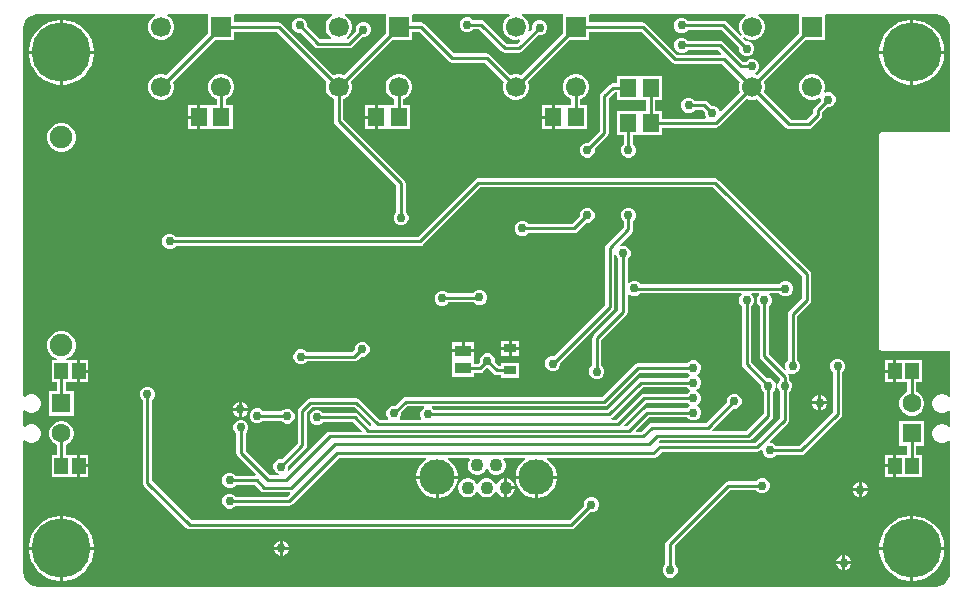
<source format=gbl>
G04*
G04 #@! TF.GenerationSoftware,Altium Limited,Altium Designer,21.8.1 (53)*
G04*
G04 Layer_Physical_Order=2*
G04 Layer_Color=16711680*
%FSLAX25Y25*%
%MOIN*%
G70*
G04*
G04 #@! TF.SameCoordinates,79EC032F-631B-404A-8042-777835F6C2BC*
G04*
G04*
G04 #@! TF.FilePolarity,Positive*
G04*
G01*
G75*
%ADD15C,0.01000*%
%ADD23R,0.05512X0.06102*%
%ADD25R,0.05315X0.03740*%
%ADD65C,0.06662*%
%ADD66R,0.06662X0.06662*%
%ADD74C,0.04331*%
%ADD75C,0.11811*%
%ADD76C,0.07480*%
%ADD77C,0.06299*%
%ADD78R,0.06299X0.06299*%
%ADD79C,0.19685*%
%ADD80C,0.03000*%
%ADD81R,0.04528X0.05315*%
%ADD82R,0.04134X0.03150*%
G36*
X46903Y193900D02*
X47037Y193400D01*
X46396Y193029D01*
X45589Y192223D01*
X45019Y191235D01*
X44724Y190134D01*
Y188993D01*
X45019Y187892D01*
X45589Y186904D01*
X46396Y186098D01*
X47383Y185527D01*
X48485Y185232D01*
X49625D01*
X50727Y185527D01*
X51714Y186098D01*
X52521Y186904D01*
X53091Y187892D01*
X53386Y188993D01*
Y190134D01*
X53091Y191235D01*
X52521Y192223D01*
X51714Y193029D01*
X51074Y193399D01*
X51208Y193899D01*
X64225Y193897D01*
X64724Y193895D01*
Y187395D01*
X50854Y173526D01*
X50727Y173599D01*
X49625Y173895D01*
X48485D01*
X47383Y173599D01*
X46396Y173029D01*
X45589Y172223D01*
X45019Y171235D01*
X44724Y170134D01*
Y168993D01*
X45019Y167892D01*
X45589Y166904D01*
X46396Y166098D01*
X47383Y165527D01*
X48485Y165232D01*
X49625D01*
X50727Y165527D01*
X51714Y166098D01*
X52521Y166904D01*
X53091Y167892D01*
X53386Y168993D01*
Y170134D01*
X53091Y171235D01*
X53017Y171363D01*
X66887Y185232D01*
X73386D01*
Y188034D01*
X87477D01*
X104148Y171363D01*
X104074Y171235D01*
X103779Y170134D01*
Y168993D01*
X104074Y167892D01*
X104645Y166904D01*
X105451Y166098D01*
X106439Y165527D01*
X106581Y165489D01*
Y158228D01*
X106697Y157643D01*
X107029Y157147D01*
X127408Y136768D01*
Y127931D01*
X126818Y127341D01*
X126437Y126423D01*
Y125428D01*
X126818Y124509D01*
X127521Y123806D01*
X128440Y123425D01*
X129434D01*
X130353Y123806D01*
X131056Y124509D01*
X131437Y125428D01*
Y126423D01*
X131056Y127341D01*
X130466Y127931D01*
Y137402D01*
X130350Y137987D01*
X130018Y138483D01*
X109640Y158862D01*
Y165489D01*
X109782Y165527D01*
X110770Y166098D01*
X111576Y166904D01*
X112146Y167892D01*
X112441Y168993D01*
Y170134D01*
X112146Y171235D01*
X112073Y171363D01*
X125942Y185232D01*
X132441D01*
Y188034D01*
X134901D01*
X144785Y178151D01*
X145281Y177819D01*
X145866Y177703D01*
X156863D01*
X163203Y171363D01*
X163129Y171235D01*
X162834Y170134D01*
Y168993D01*
X163129Y167892D01*
X163700Y166904D01*
X164506Y166098D01*
X165494Y165527D01*
X166595Y165232D01*
X167736D01*
X168837Y165527D01*
X169825Y166098D01*
X170631Y166904D01*
X171201Y167892D01*
X171496Y168993D01*
Y170134D01*
X171201Y171235D01*
X171128Y171363D01*
X184997Y185232D01*
X191497D01*
Y188034D01*
X208819D01*
X219096Y177757D01*
X219592Y177426D01*
X220177Y177309D01*
X235997D01*
X241943Y171363D01*
X241870Y171235D01*
X241574Y170134D01*
Y168993D01*
X241870Y167892D01*
X241943Y167764D01*
X235639Y161460D01*
X235066Y161593D01*
X234797Y162243D01*
X234093Y162946D01*
X233174Y163327D01*
X232340D01*
X231101Y164566D01*
X230605Y164897D01*
X230020Y165014D01*
X226809D01*
X226219Y165604D01*
X225300Y165984D01*
X224306D01*
X223387Y165604D01*
X222684Y164900D01*
X222303Y163981D01*
Y162987D01*
X222684Y162068D01*
X223387Y161365D01*
X224306Y160984D01*
X225300D01*
X226219Y161365D01*
X226809Y161955D01*
X229386D01*
X230177Y161164D01*
Y160329D01*
X230517Y159510D01*
X230305Y159010D01*
X215961D01*
Y161531D01*
X213734D01*
Y165240D01*
X215862D01*
Y173343D01*
X200870D01*
Y170821D01*
X199508D01*
X198923Y170704D01*
X198426Y170373D01*
X195572Y167518D01*
X195241Y167022D01*
X195124Y166437D01*
Y154866D01*
X191282Y151024D01*
X190448D01*
X189529Y150643D01*
X188826Y149940D01*
X188445Y149021D01*
Y148026D01*
X188826Y147108D01*
X189529Y146404D01*
X190448Y146024D01*
X191442D01*
X192361Y146404D01*
X193064Y147108D01*
X193445Y148026D01*
Y148861D01*
X197735Y153151D01*
X198066Y153647D01*
X198183Y154232D01*
Y165804D01*
X200141Y167762D01*
X200870D01*
Y165240D01*
X210675D01*
Y161531D01*
X200969D01*
Y153429D01*
X203195D01*
Y150530D01*
X202605Y149940D01*
X202224Y149021D01*
Y148026D01*
X202605Y147108D01*
X203308Y146404D01*
X204227Y146024D01*
X205222D01*
X206140Y146404D01*
X206844Y147108D01*
X207224Y148026D01*
Y149021D01*
X206844Y149940D01*
X206254Y150530D01*
Y153429D01*
X215961D01*
Y155951D01*
X233822D01*
X234408Y156067D01*
X234904Y156399D01*
X244106Y165601D01*
X244234Y165527D01*
X245335Y165232D01*
X246476D01*
X247577Y165527D01*
X247705Y165601D01*
X257301Y156005D01*
X257797Y155674D01*
X258382Y155557D01*
X264764D01*
X265349Y155674D01*
X265845Y156005D01*
X268922Y159081D01*
X269253Y159578D01*
X269370Y160163D01*
Y161262D01*
X270962Y162854D01*
X271796D01*
X272715Y163235D01*
X273419Y163938D01*
X273799Y164857D01*
Y165852D01*
X273419Y166771D01*
X272715Y167474D01*
X271796Y167854D01*
X270802D01*
X270379Y167679D01*
X270310Y167713D01*
X269986Y168058D01*
X270237Y168993D01*
Y170134D01*
X269941Y171235D01*
X269371Y172223D01*
X268565Y173029D01*
X267577Y173599D01*
X266476Y173895D01*
X265335D01*
X264234Y173599D01*
X263246Y173029D01*
X262440Y172223D01*
X261870Y171235D01*
X261574Y170134D01*
Y168993D01*
X261870Y167892D01*
X262440Y166904D01*
X263246Y166098D01*
X264234Y165527D01*
X265335Y165232D01*
X266476D01*
X267577Y165527D01*
X268337Y165966D01*
X268372Y165958D01*
X268799Y165656D01*
Y165017D01*
X266759Y162977D01*
X266427Y162480D01*
X266311Y161895D01*
Y160796D01*
X264130Y158616D01*
X259016D01*
X249868Y167764D01*
X249941Y167892D01*
X250237Y168993D01*
Y170134D01*
X249941Y171235D01*
X249868Y171363D01*
X263737Y185232D01*
X270237D01*
Y193510D01*
X270590Y193863D01*
X306587Y193858D01*
X307086Y193858D01*
X307087Y193858D01*
X307568Y193812D01*
X308354Y193708D01*
X309535Y193219D01*
X310550Y192441D01*
X311328Y191426D01*
X311817Y190245D01*
X311921Y189460D01*
X311966Y188978D01*
X311966Y188978D01*
X311966Y188488D01*
Y154563D01*
X289174D01*
X288784Y154486D01*
X288453Y154265D01*
X288232Y153934D01*
X288154Y153544D01*
Y82678D01*
X288232Y82288D01*
X288453Y81957D01*
X288784Y81736D01*
X289174Y81658D01*
X311966D01*
Y66485D01*
X311467Y66278D01*
X311156Y66588D01*
X310434Y67005D01*
X309629Y67220D01*
X308796D01*
X307991Y67005D01*
X307269Y66588D01*
X306680Y65999D01*
X306263Y65277D01*
X306047Y64472D01*
Y63638D01*
X306263Y62833D01*
X306680Y62112D01*
X307269Y61522D01*
X307991Y61106D01*
X308796Y60890D01*
X309629D01*
X310434Y61106D01*
X311156Y61522D01*
X311467Y61833D01*
X311966Y61625D01*
Y56485D01*
X311467Y56278D01*
X311156Y56588D01*
X310434Y57005D01*
X309629Y57221D01*
X308796D01*
X307991Y57005D01*
X307269Y56588D01*
X306680Y55999D01*
X306263Y55277D01*
X306047Y54472D01*
Y53638D01*
X306263Y52833D01*
X306680Y52112D01*
X307269Y51522D01*
X307991Y51105D01*
X308796Y50890D01*
X309629D01*
X310434Y51105D01*
X311156Y51522D01*
X311467Y51833D01*
X311966Y51625D01*
Y7874D01*
X311966Y7874D01*
X311966Y7874D01*
X311921Y7393D01*
X311817Y6606D01*
X311328Y5425D01*
X310550Y4411D01*
X309535Y3633D01*
X308354Y3144D01*
X307153Y2985D01*
X307087Y2994D01*
X7874D01*
X7807Y2985D01*
X6606Y3144D01*
X5425Y3633D01*
X4411Y4411D01*
X3633Y5425D01*
X3144Y6606D01*
X2985Y7807D01*
X2994Y7874D01*
Y51625D01*
X3494Y51832D01*
X3805Y51522D01*
X4526Y51105D01*
X5331Y50890D01*
X6165D01*
X6970Y51105D01*
X7692Y51522D01*
X8281Y52112D01*
X8698Y52833D01*
X8913Y53638D01*
Y54472D01*
X8698Y55277D01*
X8281Y55999D01*
X7692Y56588D01*
X6970Y57005D01*
X6165Y57221D01*
X5331D01*
X4526Y57005D01*
X3805Y56588D01*
X3494Y56278D01*
X2994Y56485D01*
Y61625D01*
X3494Y61832D01*
X3805Y61522D01*
X4526Y61106D01*
X5331Y60890D01*
X6165D01*
X6970Y61106D01*
X7692Y61522D01*
X8281Y62112D01*
X8698Y62833D01*
X8913Y63638D01*
Y64472D01*
X8698Y65277D01*
X8281Y65999D01*
X7692Y66588D01*
X6970Y67005D01*
X6165Y67220D01*
X5331D01*
X4526Y67005D01*
X3805Y66588D01*
X3494Y66278D01*
X2994Y66485D01*
X2994Y188976D01*
X2985Y189043D01*
X3144Y190244D01*
X3633Y191425D01*
X4411Y192439D01*
X5425Y193218D01*
X6606Y193707D01*
X7393Y193810D01*
X7874Y193856D01*
X7874Y193856D01*
X8251Y193906D01*
X46903Y193900D01*
D02*
G37*
G36*
X243699Y193868D02*
X243833Y193368D01*
X243246Y193029D01*
X242440Y192223D01*
X241870Y191235D01*
X241574Y190134D01*
Y188993D01*
X241870Y187892D01*
X242440Y186904D01*
X242084Y186555D01*
X237499Y191140D01*
X237003Y191472D01*
X236417Y191588D01*
X224447D01*
X223857Y192178D01*
X222938Y192559D01*
X221944D01*
X221025Y192178D01*
X220321Y191475D01*
X219941Y190556D01*
Y189562D01*
X220321Y188643D01*
X221025Y187940D01*
X221944Y187559D01*
X222938D01*
X223857Y187940D01*
X224447Y188530D01*
X235784D01*
X241693Y182621D01*
Y181786D01*
X242073Y180867D01*
X242777Y180164D01*
X243696Y179783D01*
X244690D01*
X245609Y180164D01*
X246312Y180867D01*
X246693Y181786D01*
Y182781D01*
X246312Y183700D01*
X245609Y184403D01*
X244690Y184783D01*
X243856D01*
X242897Y185742D01*
X243246Y186098D01*
X244234Y185527D01*
X245335Y185232D01*
X246476D01*
X247577Y185527D01*
X248565Y186098D01*
X249371Y186904D01*
X249941Y187892D01*
X250237Y188993D01*
Y190134D01*
X249941Y191235D01*
X249371Y192223D01*
X248565Y193029D01*
X247979Y193367D01*
X248113Y193867D01*
X261574Y193865D01*
Y187395D01*
X247705Y173526D01*
X247577Y173599D01*
X247081Y173732D01*
X247046Y174259D01*
X247282Y174357D01*
X247986Y175060D01*
X248366Y175979D01*
Y176974D01*
X247986Y177892D01*
X247282Y178596D01*
X246363Y178976D01*
X245369D01*
X244450Y178596D01*
X243860Y178006D01*
X242858D01*
X236318Y184546D01*
X235822Y184878D01*
X235236Y184994D01*
X224546D01*
X223955Y185584D01*
X223037Y185965D01*
X222042D01*
X221123Y185584D01*
X220420Y184881D01*
X220039Y183962D01*
Y182967D01*
X220420Y182048D01*
X221123Y181345D01*
X222042Y180965D01*
X223037D01*
X223955Y181345D01*
X224546Y181935D01*
X234603D01*
X235708Y180830D01*
X235517Y180368D01*
X220811D01*
X210534Y190645D01*
X210038Y190976D01*
X209452Y191093D01*
X191497D01*
Y193523D01*
X191850Y193876D01*
X243699Y193868D01*
D02*
G37*
G36*
X164981Y193880D02*
X165114Y193380D01*
X164506Y193029D01*
X163700Y192223D01*
X163129Y191235D01*
X162834Y190134D01*
Y188993D01*
X163129Y187892D01*
X163700Y186904D01*
X164506Y186098D01*
X165494Y185527D01*
X166595Y185232D01*
X167736D01*
X168355Y185398D01*
X168614Y184950D01*
X167674Y184010D01*
X164118D01*
X156692Y191436D01*
X156195Y191767D01*
X155610Y191884D01*
X152990D01*
X152400Y192474D01*
X151481Y192854D01*
X150487D01*
X149568Y192474D01*
X148865Y191771D01*
X148484Y190852D01*
Y189857D01*
X148865Y188938D01*
X149568Y188235D01*
X150487Y187854D01*
X151481D01*
X152400Y188235D01*
X152990Y188825D01*
X154977D01*
X162403Y181399D01*
X162899Y181067D01*
X163484Y180951D01*
X168307D01*
X168892Y181067D01*
X169388Y181399D01*
X174761Y186772D01*
X175596D01*
X176515Y187152D01*
X177218Y187856D01*
X177598Y188774D01*
Y189769D01*
X177218Y190688D01*
X176515Y191391D01*
X175596Y191772D01*
X174601D01*
X173682Y191391D01*
X172979Y190688D01*
X172598Y189769D01*
Y188935D01*
X171779Y188115D01*
X171330Y188374D01*
X171496Y188993D01*
Y190134D01*
X171201Y191235D01*
X170631Y192223D01*
X169825Y193029D01*
X169217Y193380D01*
X169351Y193880D01*
X182834Y193878D01*
Y187395D01*
X168965Y173526D01*
X168837Y173599D01*
X167736Y173895D01*
X166595D01*
X165494Y173599D01*
X165366Y173526D01*
X158578Y180314D01*
X158082Y180645D01*
X157497Y180762D01*
X146500D01*
X136617Y190645D01*
X136120Y190976D01*
X135535Y191093D01*
X132441D01*
Y193532D01*
X132795Y193886D01*
X164981Y193880D01*
D02*
G37*
G36*
X105942Y193890D02*
X106076Y193390D01*
X105451Y193029D01*
X104645Y192223D01*
X104074Y191235D01*
X103779Y190134D01*
Y188993D01*
X104074Y187892D01*
X104645Y186904D01*
X105451Y186098D01*
X105644Y185986D01*
X105510Y185486D01*
X101913D01*
X97677Y189722D01*
Y190556D01*
X97297Y191475D01*
X96593Y192178D01*
X95675Y192559D01*
X94680D01*
X93761Y192178D01*
X93058Y191475D01*
X92677Y190556D01*
Y189562D01*
X93058Y188643D01*
X93761Y187940D01*
X94680Y187559D01*
X95514D01*
X100198Y182875D01*
X100694Y182544D01*
X101279Y182427D01*
X111614D01*
X112199Y182544D01*
X112696Y182875D01*
X116001Y186181D01*
X116836D01*
X117755Y186562D01*
X118458Y187265D01*
X118839Y188184D01*
Y189178D01*
X118458Y190097D01*
X117755Y190800D01*
X116836Y191181D01*
X115841D01*
X114922Y190800D01*
X114219Y190097D01*
X113839Y189178D01*
Y188344D01*
X111176Y185681D01*
X111056Y185712D01*
X111047Y185724D01*
X110931Y186259D01*
X111576Y186904D01*
X112146Y187892D01*
X112441Y188993D01*
Y190134D01*
X112146Y191235D01*
X111576Y192223D01*
X110770Y193029D01*
X110146Y193389D01*
X110280Y193889D01*
X123779Y193887D01*
Y187395D01*
X109910Y173526D01*
X109782Y173599D01*
X108680Y173895D01*
X107540D01*
X106439Y173599D01*
X106311Y173526D01*
X89192Y190645D01*
X88696Y190976D01*
X88110Y191093D01*
X73386D01*
Y193395D01*
X73886Y193895D01*
X105942Y193890D01*
D02*
G37*
%LPC*%
G36*
X300066Y191945D02*
X299713D01*
Y181602D01*
X310055D01*
Y181956D01*
X309788Y183641D01*
X309261Y185264D01*
X308486Y186785D01*
X307483Y188166D01*
X306276Y189373D01*
X304895Y190376D01*
X303375Y191150D01*
X301752Y191678D01*
X300066Y191945D01*
D02*
G37*
G36*
X16601D02*
X16248D01*
Y181602D01*
X26591D01*
Y181956D01*
X26324Y183641D01*
X25796Y185264D01*
X25021Y186785D01*
X24018Y188166D01*
X22812Y189373D01*
X21431Y190376D01*
X19910Y191150D01*
X18287Y191678D01*
X16601Y191945D01*
D02*
G37*
G36*
X298713D02*
X298359D01*
X296674Y191678D01*
X295051Y191150D01*
X293530Y190376D01*
X292149Y189373D01*
X290942Y188166D01*
X289939Y186785D01*
X289164Y185264D01*
X288637Y183641D01*
X288370Y181956D01*
Y181602D01*
X298713D01*
Y191945D01*
D02*
G37*
G36*
X15248D02*
X14895D01*
X13209Y191678D01*
X11586Y191150D01*
X10065Y190376D01*
X8685Y189373D01*
X7478Y188166D01*
X6475Y186785D01*
X5700Y185264D01*
X5173Y183641D01*
X4905Y181956D01*
Y181602D01*
X15248D01*
Y191945D01*
D02*
G37*
G36*
X310055Y180602D02*
X299713D01*
Y170260D01*
X300066D01*
X301752Y170527D01*
X303375Y171054D01*
X304895Y171829D01*
X306276Y172832D01*
X307483Y174039D01*
X308486Y175420D01*
X309261Y176940D01*
X309788Y178563D01*
X310055Y180249D01*
Y180602D01*
D02*
G37*
G36*
X298713D02*
X288370D01*
Y180249D01*
X288637Y178563D01*
X289164Y176940D01*
X289939Y175420D01*
X290942Y174039D01*
X292149Y172832D01*
X293530Y171829D01*
X295051Y171054D01*
X296674Y170527D01*
X298359Y170260D01*
X298713D01*
Y180602D01*
D02*
G37*
G36*
X26591D02*
X16248D01*
Y170260D01*
X16601D01*
X18287Y170527D01*
X19910Y171054D01*
X21431Y171829D01*
X22812Y172832D01*
X24018Y174039D01*
X25021Y175420D01*
X25796Y176940D01*
X26324Y178563D01*
X26591Y180249D01*
Y180602D01*
D02*
G37*
G36*
X15248D02*
X4905D01*
Y180249D01*
X5173Y178563D01*
X5700Y176940D01*
X6475Y175420D01*
X7478Y174039D01*
X8685Y172832D01*
X10065Y171829D01*
X11586Y171054D01*
X13209Y170527D01*
X14895Y170260D01*
X15248D01*
Y180602D01*
D02*
G37*
G36*
X120130Y163500D02*
X116874D01*
Y159949D01*
X120130D01*
Y163500D01*
D02*
G37*
G36*
X179185D02*
X175929D01*
Y159949D01*
X179185D01*
Y163500D01*
D02*
G37*
G36*
X61075Y163500D02*
X57819D01*
Y159949D01*
X61075D01*
Y163500D01*
D02*
G37*
G36*
X187735Y173895D02*
X186595D01*
X185494Y173599D01*
X184506Y173029D01*
X183700Y172223D01*
X183129Y171235D01*
X182834Y170134D01*
Y168993D01*
X183129Y167892D01*
X183700Y166904D01*
X184506Y166098D01*
X185494Y165527D01*
X185636Y165489D01*
Y163500D01*
X180185D01*
Y159449D01*
Y155398D01*
X190921D01*
Y163500D01*
X188695D01*
Y165489D01*
X188837Y165527D01*
X189825Y166098D01*
X190631Y166904D01*
X191201Y167892D01*
X191497Y168993D01*
Y170134D01*
X191201Y171235D01*
X190631Y172223D01*
X189825Y173029D01*
X188837Y173599D01*
X187735Y173895D01*
D02*
G37*
G36*
X179185Y158949D02*
X175929D01*
Y155398D01*
X179185D01*
Y158949D01*
D02*
G37*
G36*
X128680Y173895D02*
X127540D01*
X126438Y173599D01*
X125451Y173029D01*
X124644Y172223D01*
X124074Y171235D01*
X123779Y170134D01*
Y168993D01*
X124074Y167892D01*
X124644Y166904D01*
X125451Y166098D01*
X126438Y165527D01*
X126581Y165489D01*
Y163500D01*
X121130D01*
Y159449D01*
Y155398D01*
X131866D01*
Y163500D01*
X129640D01*
Y165489D01*
X129782Y165527D01*
X130770Y166098D01*
X131576Y166904D01*
X132146Y167892D01*
X132441Y168993D01*
Y170134D01*
X132146Y171235D01*
X131576Y172223D01*
X130770Y173029D01*
X129782Y173599D01*
X128680Y173895D01*
D02*
G37*
G36*
X120130Y158949D02*
X116874D01*
Y155398D01*
X120130D01*
Y158949D01*
D02*
G37*
G36*
X69625Y173895D02*
X68485D01*
X67383Y173599D01*
X66396Y173029D01*
X65589Y172223D01*
X65019Y171235D01*
X64724Y170134D01*
Y168993D01*
X65019Y167892D01*
X65589Y166904D01*
X66396Y166098D01*
X67383Y165527D01*
X67526Y165489D01*
Y163500D01*
X62075D01*
Y159449D01*
Y155398D01*
X72811D01*
Y163500D01*
X70584D01*
Y165489D01*
X70727Y165527D01*
X71715Y166098D01*
X72521Y166904D01*
X73091Y167892D01*
X73386Y168993D01*
Y170134D01*
X73091Y171235D01*
X72521Y172223D01*
X71715Y173029D01*
X70727Y173599D01*
X69625Y173895D01*
D02*
G37*
G36*
X61075Y158949D02*
X57819D01*
Y155398D01*
X61075D01*
Y158949D01*
D02*
G37*
G36*
X16372Y157496D02*
X15124D01*
X13918Y157173D01*
X12837Y156549D01*
X11955Y155666D01*
X11331Y154586D01*
X11008Y153380D01*
Y152132D01*
X11331Y150926D01*
X11955Y149845D01*
X12837Y148963D01*
X13918Y148339D01*
X15124Y148016D01*
X16372D01*
X17578Y148339D01*
X18659Y148963D01*
X19541Y149845D01*
X20165Y150926D01*
X20488Y152132D01*
Y153380D01*
X20165Y154586D01*
X19541Y155666D01*
X18659Y156549D01*
X17578Y157173D01*
X16372Y157496D01*
D02*
G37*
G36*
X191442Y129370D02*
X190448D01*
X189529Y128990D01*
X188826Y128286D01*
X188445Y127367D01*
Y126533D01*
X185882Y123970D01*
X171396D01*
X170806Y124560D01*
X169887Y124941D01*
X168893D01*
X167974Y124560D01*
X167270Y123857D01*
X166890Y122938D01*
Y121944D01*
X167270Y121025D01*
X167974Y120322D01*
X168893Y119941D01*
X169887D01*
X170806Y120322D01*
X171396Y120912D01*
X186516D01*
X187101Y121028D01*
X187597Y121360D01*
X190608Y124370D01*
X191442D01*
X192361Y124751D01*
X193064Y125454D01*
X193445Y126373D01*
Y127367D01*
X193064Y128286D01*
X192361Y128990D01*
X191442Y129370D01*
D02*
G37*
G36*
X155517Y101909D02*
X154522D01*
X153603Y101529D01*
X152900Y100826D01*
X152886Y100791D01*
X144477D01*
X144034Y101234D01*
X143115Y101614D01*
X142121D01*
X141202Y101234D01*
X140499Y100530D01*
X140118Y99612D01*
Y98617D01*
X140499Y97698D01*
X141202Y96995D01*
X142121Y96614D01*
X143115D01*
X144034Y96995D01*
X144738Y97698D01*
X144752Y97732D01*
X153161D01*
X153603Y97290D01*
X154522Y96909D01*
X155517D01*
X156436Y97290D01*
X157139Y97993D01*
X157520Y98912D01*
Y99907D01*
X157139Y100826D01*
X156436Y101529D01*
X155517Y101909D01*
D02*
G37*
G36*
X233661Y139128D02*
X154668D01*
X154083Y139011D01*
X153587Y138680D01*
X134546Y119640D01*
X53876D01*
X53286Y120230D01*
X52367Y120610D01*
X51373D01*
X50454Y120230D01*
X49751Y119526D01*
X49370Y118607D01*
Y117613D01*
X49751Y116694D01*
X50454Y115991D01*
X51373Y115610D01*
X52367D01*
X53286Y115991D01*
X53876Y116581D01*
X135180D01*
X135765Y116697D01*
X136261Y117029D01*
X155302Y136069D01*
X233028D01*
X262644Y106453D01*
Y99157D01*
X258407Y94920D01*
X258075Y94424D01*
X257959Y93839D01*
Y78522D01*
X257369Y77932D01*
X256988Y77013D01*
Y76019D01*
X257210Y75483D01*
X256786Y75200D01*
X251529Y80456D01*
Y96419D01*
X252119Y97009D01*
X252500Y97928D01*
Y98922D01*
X252119Y99841D01*
X251628Y100333D01*
X251835Y100833D01*
X254982D01*
X255670Y100144D01*
X256589Y99764D01*
X257584D01*
X258503Y100144D01*
X259206Y100848D01*
X259587Y101767D01*
Y102761D01*
X259206Y103680D01*
X258503Y104383D01*
X257584Y104764D01*
X256589D01*
X255670Y104383D01*
X255179Y103892D01*
X208798D01*
X208109Y104580D01*
X207190Y104961D01*
X206196D01*
X205277Y104580D01*
X204982Y104285D01*
X204482Y104492D01*
Y112167D01*
X205072Y112757D01*
X205453Y113676D01*
Y114671D01*
X205072Y115589D01*
X204369Y116293D01*
X203450Y116673D01*
X202455D01*
X202054Y116507D01*
X201771Y116931D01*
X205806Y120966D01*
X206137Y121462D01*
X206254Y122047D01*
Y124864D01*
X206844Y125454D01*
X207224Y126373D01*
Y127367D01*
X206844Y128286D01*
X206140Y128990D01*
X205222Y129370D01*
X204227D01*
X203308Y128990D01*
X202605Y128286D01*
X202224Y127367D01*
Y126373D01*
X202605Y125454D01*
X203195Y124864D01*
Y122681D01*
X197344Y116830D01*
X197012Y116333D01*
X196896Y115748D01*
Y96893D01*
X179865Y79862D01*
X179030D01*
X178111Y79482D01*
X177408Y78778D01*
X177028Y77859D01*
Y76865D01*
X177408Y75946D01*
X178111Y75243D01*
X179030Y74862D01*
X180025D01*
X180944Y75243D01*
X181647Y75946D01*
X182028Y76865D01*
Y77699D01*
X199507Y95178D01*
X199838Y95675D01*
X199955Y96260D01*
Y113672D01*
X200453Y113676D01*
X200833Y112757D01*
X201423Y112167D01*
Y95122D01*
X193112Y86810D01*
X192780Y86314D01*
X192664Y85728D01*
Y76711D01*
X192074Y76121D01*
X191693Y75202D01*
Y74207D01*
X192074Y73289D01*
X192777Y72585D01*
X193696Y72205D01*
X194690D01*
X195609Y72585D01*
X196312Y73289D01*
X196693Y74207D01*
Y75202D01*
X196312Y76121D01*
X195722Y76711D01*
Y85095D01*
X204034Y93407D01*
X204366Y93903D01*
X204482Y94488D01*
Y100429D01*
X204982Y100636D01*
X205277Y100341D01*
X206196Y99961D01*
X207190D01*
X208109Y100341D01*
X208601Y100833D01*
X242260D01*
X242467Y100333D01*
X241975Y99841D01*
X241595Y98922D01*
Y97928D01*
X241975Y97009D01*
X242565Y96419D01*
Y77165D01*
X242682Y76580D01*
X243013Y76084D01*
X248878Y70219D01*
Y69385D01*
X249259Y68466D01*
X249849Y67876D01*
Y60574D01*
X244052Y54777D01*
X232746D01*
X232539Y55277D01*
X239623Y62362D01*
X240458D01*
X241377Y62743D01*
X242080Y63446D01*
X242461Y64365D01*
Y65359D01*
X242080Y66278D01*
X241377Y66982D01*
X240458Y67362D01*
X239463D01*
X238545Y66982D01*
X237841Y66278D01*
X237461Y65359D01*
Y64525D01*
X230469Y57533D01*
X212598D01*
X212013Y57417D01*
X211517Y57085D01*
X209012Y54581D01*
X207397D01*
X207205Y55042D01*
X211559Y59396D01*
X224372D01*
X224962Y58806D01*
X225881Y58425D01*
X226875D01*
X227794Y58806D01*
X228497Y59509D01*
X228878Y60428D01*
Y61422D01*
X228497Y62341D01*
X227794Y63045D01*
X227574Y63136D01*
Y63636D01*
X227794Y63727D01*
X228497Y64430D01*
X228878Y65349D01*
Y66344D01*
X228497Y67263D01*
X227794Y67966D01*
X227386Y68135D01*
Y68676D01*
X227794Y68845D01*
X228497Y69548D01*
X228878Y70467D01*
Y71462D01*
X228497Y72381D01*
X227794Y73084D01*
X227574Y73175D01*
Y73675D01*
X227794Y73766D01*
X228497Y74470D01*
X228878Y75388D01*
Y76383D01*
X228497Y77302D01*
X227794Y78005D01*
X226875Y78386D01*
X225881D01*
X224962Y78005D01*
X224372Y77415D01*
X207776D01*
X207190Y77299D01*
X206694Y76967D01*
X195922Y66195D01*
X130512D01*
X129927Y66078D01*
X129430Y65747D01*
X126912Y63228D01*
X126077D01*
X125159Y62848D01*
X124455Y62145D01*
X124075Y61226D01*
Y60231D01*
X124455Y59312D01*
X124690Y59078D01*
X124498Y58616D01*
X121893D01*
X115156Y65353D01*
X114660Y65685D01*
X114075Y65801D01*
X98721D01*
X98135Y65685D01*
X97639Y65353D01*
X94982Y62696D01*
X94650Y62199D01*
X94534Y61614D01*
Y50830D01*
X89215Y45512D01*
X88381D01*
X87462Y45131D01*
X86759Y44428D01*
X86378Y43509D01*
Y42515D01*
X86759Y41596D01*
X87462Y40892D01*
X88139Y40612D01*
X88039Y40112D01*
X85181D01*
X77120Y48173D01*
Y54096D01*
X77710Y54686D01*
X78091Y55605D01*
Y56600D01*
X77710Y57519D01*
X77007Y58222D01*
X76088Y58602D01*
X75093D01*
X74174Y58222D01*
X73471Y57519D01*
X73090Y56600D01*
Y55605D01*
X73471Y54686D01*
X74061Y54096D01*
Y47539D01*
X74178Y46954D01*
X74509Y46458D01*
X80552Y40415D01*
X80345Y39915D01*
X73857D01*
X73267Y40505D01*
X72348Y40886D01*
X71353D01*
X70434Y40505D01*
X69731Y39802D01*
X69350Y38883D01*
Y37889D01*
X69731Y36970D01*
X70434Y36266D01*
X71353Y35886D01*
X72348D01*
X73267Y36266D01*
X73857Y36856D01*
X80174D01*
X82186Y34844D01*
X82682Y34512D01*
X83268Y34396D01*
X91762D01*
X91969Y33896D01*
X91099Y33026D01*
X73857D01*
X73267Y33615D01*
X72348Y33996D01*
X71353D01*
X70434Y33615D01*
X69731Y32912D01*
X69350Y31993D01*
Y30999D01*
X69731Y30080D01*
X70434Y29377D01*
X71353Y28996D01*
X72348D01*
X73267Y29377D01*
X73857Y29967D01*
X91732D01*
X92318Y30083D01*
X92814Y30415D01*
X108311Y45911D01*
X137229D01*
X137380Y45412D01*
X136543Y44852D01*
X135581Y43890D01*
X134825Y42759D01*
X134305Y41502D01*
X134039Y40168D01*
Y39988D01*
X147850D01*
Y40168D01*
X147585Y41502D01*
X147064Y42759D01*
X146309Y43890D01*
X145347Y44852D01*
X144509Y45412D01*
X144661Y45911D01*
X151687D01*
X151879Y45450D01*
X151798Y45369D01*
X151381Y44647D01*
X151165Y43842D01*
Y43009D01*
X151381Y42203D01*
X151798Y41482D01*
X152387Y40892D01*
X153109Y40476D01*
X153914Y40260D01*
X154747D01*
X155552Y40476D01*
X156274Y40892D01*
X156864Y41482D01*
X157202Y42068D01*
X157352Y42110D01*
X157608D01*
X157759Y42068D01*
X158097Y41482D01*
X158686Y40892D01*
X159408Y40476D01*
X160213Y40260D01*
X161047D01*
X161852Y40476D01*
X162574Y40892D01*
X163163Y41482D01*
X163579Y42203D01*
X163795Y43009D01*
Y43842D01*
X163579Y44647D01*
X163163Y45369D01*
X163082Y45450D01*
X163273Y45911D01*
X170299D01*
X170451Y45412D01*
X169614Y44852D01*
X168652Y43890D01*
X167896Y42759D01*
X167376Y41502D01*
X167110Y40168D01*
Y39988D01*
X180921D01*
Y40168D01*
X180656Y41502D01*
X180135Y42759D01*
X179380Y43890D01*
X178418Y44852D01*
X177580Y45412D01*
X177732Y45911D01*
X213090D01*
X213676Y46028D01*
X214172Y46360D01*
X215791Y47978D01*
X247736D01*
X248322Y48095D01*
X248818Y48426D01*
X248969Y48577D01*
X249468Y48370D01*
Y47928D01*
X249849Y47009D01*
X250552Y46306D01*
X251471Y45925D01*
X252466D01*
X253385Y46306D01*
X253975Y46896D01*
X262303D01*
X262888Y47012D01*
X263385Y47344D01*
X275570Y59529D01*
X275901Y60025D01*
X276018Y60610D01*
Y74510D01*
X276608Y75100D01*
X276988Y76019D01*
Y77013D01*
X276608Y77932D01*
X275904Y78635D01*
X274986Y79016D01*
X273991D01*
X273072Y78635D01*
X272369Y77932D01*
X271988Y77013D01*
Y76019D01*
X272369Y75100D01*
X272959Y74510D01*
Y61244D01*
X261670Y49955D01*
X253975D01*
X253385Y50545D01*
X252466Y50925D01*
X252024D01*
X251816Y51425D01*
X257971Y57580D01*
X258303Y58076D01*
X258419Y58661D01*
Y67876D01*
X259009Y68466D01*
X259390Y69385D01*
Y70379D01*
X259009Y71298D01*
X258419Y71888D01*
Y72933D01*
X258303Y73518D01*
X258080Y73852D01*
X258411Y74256D01*
X258991Y74016D01*
X259985D01*
X260904Y74396D01*
X261608Y75100D01*
X261988Y76019D01*
Y77013D01*
X261608Y77932D01*
X261018Y78522D01*
Y93205D01*
X265255Y97442D01*
X265586Y97938D01*
X265703Y98524D01*
Y107087D01*
X265586Y107672D01*
X265255Y108168D01*
X234743Y138680D01*
X234247Y139011D01*
X233661Y139128D01*
D02*
G37*
G36*
X168421Y84957D02*
X165854D01*
Y82882D01*
X168421D01*
Y84957D01*
D02*
G37*
G36*
X164854D02*
X162287D01*
Y82882D01*
X164854D01*
Y84957D01*
D02*
G37*
G36*
X153264Y84563D02*
X150106D01*
Y82193D01*
X153264D01*
Y84563D01*
D02*
G37*
G36*
X149106D02*
X145949D01*
Y82193D01*
X149106D01*
Y84563D01*
D02*
G37*
G36*
X116442Y84685D02*
X115448D01*
X114529Y84304D01*
X113826Y83601D01*
X113445Y82682D01*
Y81848D01*
X112752Y81155D01*
X97577D01*
X96987Y81745D01*
X96068Y82126D01*
X95074D01*
X94155Y81745D01*
X93451Y81042D01*
X93071Y80123D01*
Y79129D01*
X93451Y78210D01*
X94155Y77507D01*
X95074Y77126D01*
X96068D01*
X96987Y77507D01*
X97577Y78097D01*
X113386D01*
X113971Y78213D01*
X114467Y78544D01*
X115608Y79685D01*
X116442D01*
X117361Y80066D01*
X118064Y80769D01*
X118445Y81688D01*
Y82682D01*
X118064Y83601D01*
X117361Y84304D01*
X116442Y84685D01*
D02*
G37*
G36*
X168421Y81882D02*
X165854D01*
Y79807D01*
X168421D01*
Y81882D01*
D02*
G37*
G36*
X164854D02*
X162287D01*
Y79807D01*
X164854D01*
Y81882D01*
D02*
G37*
G36*
X293004Y78461D02*
X290240D01*
Y75303D01*
X293004D01*
Y78461D01*
D02*
G37*
G36*
X24721D02*
X21957D01*
Y75303D01*
X24721D01*
Y78461D01*
D02*
G37*
G36*
X153264Y81193D02*
X149606D01*
X145949D01*
Y79158D01*
X145949Y78823D01*
X145949Y78323D01*
Y72917D01*
X153264D01*
Y74258D01*
X155217D01*
X155802Y74374D01*
X156298Y74706D01*
X157340Y75748D01*
X158014D01*
X159745Y74017D01*
X160241Y73685D01*
X160827Y73569D01*
X162287D01*
Y72524D01*
X168421D01*
Y77673D01*
X162287D01*
Y76628D01*
X161460D01*
X160177Y77911D01*
Y78745D01*
X159797Y79664D01*
X159093Y80367D01*
X158175Y80748D01*
X157180D01*
X156261Y80367D01*
X155558Y79664D01*
X155177Y78745D01*
Y77911D01*
X154583Y77317D01*
X153617D01*
X153264Y77670D01*
X153264Y78658D01*
X153264Y79158D01*
Y81193D01*
D02*
G37*
G36*
X293004Y74303D02*
X290240D01*
Y71146D01*
X293004D01*
Y74303D01*
D02*
G37*
G36*
X24721Y74303D02*
X21957D01*
Y71146D01*
X24721D01*
Y74303D01*
D02*
G37*
G36*
X269004Y66869D02*
Y64870D01*
X271003D01*
X270623Y65786D01*
X269920Y66489D01*
X269004Y66869D01*
D02*
G37*
G36*
X268004D02*
X267088Y66489D01*
X266385Y65786D01*
X266005Y64870D01*
X268004D01*
Y66869D01*
D02*
G37*
G36*
X75894Y64605D02*
Y62606D01*
X77893D01*
X77513Y63522D01*
X76810Y64226D01*
X75894Y64605D01*
D02*
G37*
G36*
X74894D02*
X73978Y64226D01*
X73274Y63522D01*
X72895Y62606D01*
X74894D01*
Y64605D01*
D02*
G37*
G36*
X271003Y63870D02*
X269004D01*
Y61871D01*
X269920Y62251D01*
X270623Y62954D01*
X271003Y63870D01*
D02*
G37*
G36*
X268004D02*
X266005D01*
X266385Y62954D01*
X267088Y62251D01*
X268004Y61871D01*
Y63870D01*
D02*
G37*
G36*
X302476Y78461D02*
X294004D01*
Y74803D01*
Y71146D01*
X297683D01*
Y67941D01*
X297611Y67922D01*
X296665Y67376D01*
X295892Y66603D01*
X295346Y65657D01*
X295063Y64601D01*
Y63509D01*
X295346Y62453D01*
X295892Y61507D01*
X296665Y60735D01*
X297611Y60188D01*
X298666Y59905D01*
X299759D01*
X300814Y60188D01*
X301761Y60735D01*
X302533Y61507D01*
X303079Y62453D01*
X303362Y63509D01*
Y64601D01*
X303079Y65657D01*
X302533Y66603D01*
X301761Y67376D01*
X300814Y67922D01*
X300742Y67941D01*
Y71146D01*
X302476D01*
Y78461D01*
D02*
G37*
G36*
X16372Y88205D02*
X15124D01*
X13918Y87882D01*
X12837Y87258D01*
X11955Y86375D01*
X11331Y85294D01*
X11008Y84089D01*
Y82841D01*
X11331Y81635D01*
X11955Y80554D01*
X12837Y79672D01*
X13918Y79048D01*
X14242Y78961D01*
X14177Y78461D01*
X12484D01*
Y71146D01*
X14219D01*
Y68205D01*
X11598D01*
Y59905D01*
X19898D01*
Y68205D01*
X17277D01*
Y71146D01*
X20957D01*
Y74803D01*
Y78461D01*
X17320D01*
X17254Y78961D01*
X17578Y79048D01*
X18659Y79672D01*
X19541Y80554D01*
X20165Y81635D01*
X20488Y82841D01*
Y84089D01*
X20165Y85294D01*
X19541Y86375D01*
X18659Y87258D01*
X17578Y87882D01*
X16372Y88205D01*
D02*
G37*
G36*
X77893Y61606D02*
X75894D01*
Y59607D01*
X76810Y59987D01*
X77513Y60690D01*
X77893Y61606D01*
D02*
G37*
G36*
X74894D02*
X72895D01*
X73274Y60690D01*
X73978Y59987D01*
X74894Y59607D01*
Y61606D01*
D02*
G37*
G36*
X81501Y62441D02*
X80507D01*
X79588Y62060D01*
X78885Y61357D01*
X78504Y60438D01*
Y59444D01*
X78885Y58525D01*
X79588Y57822D01*
X80507Y57441D01*
X81501D01*
X82420Y57822D01*
X82961Y58362D01*
X88889D01*
X89529Y57723D01*
X90448Y57342D01*
X91442D01*
X92361Y57723D01*
X93064Y58426D01*
X93445Y59345D01*
Y60340D01*
X93064Y61259D01*
X92361Y61962D01*
X91442Y62343D01*
X90448D01*
X89529Y61962D01*
X88988Y61421D01*
X83059D01*
X82420Y62060D01*
X81501Y62441D01*
D02*
G37*
G36*
X24721Y46965D02*
X21957D01*
Y43807D01*
X24721D01*
Y46965D01*
D02*
G37*
G36*
X293004D02*
X290240D01*
Y43807D01*
X293004D01*
Y46965D01*
D02*
G37*
G36*
X303362Y58205D02*
X295063D01*
Y49905D01*
X297683D01*
Y46965D01*
X294004D01*
Y43307D01*
Y39650D01*
X302476D01*
Y46965D01*
X300742D01*
Y49905D01*
X303362D01*
Y58205D01*
D02*
G37*
G36*
X293004Y42807D02*
X290240D01*
Y39650D01*
X293004D01*
Y42807D01*
D02*
G37*
G36*
X24721D02*
X21957D01*
Y39650D01*
X24721D01*
Y42807D01*
D02*
G37*
G36*
X16294Y58205D02*
X15202D01*
X14146Y57922D01*
X13200Y57376D01*
X12427Y56603D01*
X11881Y55657D01*
X11598Y54601D01*
Y53509D01*
X11881Y52453D01*
X12427Y51507D01*
X13200Y50735D01*
X14146Y50188D01*
X14219Y50169D01*
Y46965D01*
X12484D01*
Y39650D01*
X20957D01*
Y43307D01*
Y46965D01*
X17277D01*
Y50169D01*
X17350Y50188D01*
X18296Y50735D01*
X19069Y51507D01*
X19615Y52453D01*
X19898Y53509D01*
Y54601D01*
X19615Y55657D01*
X19069Y56603D01*
X18296Y57376D01*
X17350Y57922D01*
X16294Y58205D01*
D02*
G37*
G36*
X157897Y39110D02*
X157064D01*
X156258Y38895D01*
X155537Y38478D01*
X154947Y37889D01*
X154609Y37302D01*
X154459Y37260D01*
X154202D01*
X154052Y37302D01*
X153714Y37889D01*
X153125Y38478D01*
X152403Y38895D01*
X151598Y39110D01*
X150764D01*
X149959Y38895D01*
X149238Y38478D01*
X148648Y37889D01*
X148231Y37167D01*
X148016Y36362D01*
Y35528D01*
X148231Y34723D01*
X148648Y34001D01*
X149238Y33412D01*
X149959Y32995D01*
X150764Y32779D01*
X151598D01*
X152403Y32995D01*
X153125Y33412D01*
X153714Y34001D01*
X154052Y34587D01*
X154202Y34630D01*
X154459D01*
X154609Y34587D01*
X154947Y34001D01*
X155537Y33412D01*
X156258Y32995D01*
X157064Y32779D01*
X157897D01*
X158702Y32995D01*
X159424Y33412D01*
X160013Y34001D01*
X160352Y34587D01*
X160502Y34630D01*
X160758D01*
X160908Y34587D01*
X161247Y34001D01*
X161836Y33412D01*
X162558Y32995D01*
X163279Y32802D01*
Y35945D01*
Y39088D01*
X162558Y38895D01*
X161836Y38478D01*
X161247Y37889D01*
X160908Y37302D01*
X160758Y37260D01*
X160502D01*
X160352Y37302D01*
X160013Y37889D01*
X159424Y38478D01*
X158702Y38895D01*
X157897Y39110D01*
D02*
G37*
G36*
X164279Y39088D02*
Y36445D01*
X166923D01*
X166729Y37167D01*
X166312Y37889D01*
X165723Y38478D01*
X165001Y38895D01*
X164279Y39088D01*
D02*
G37*
G36*
X282488Y37833D02*
Y35835D01*
X284487D01*
X284108Y36751D01*
X283404Y37454D01*
X282488Y37833D01*
D02*
G37*
G36*
X281488D02*
X280572Y37454D01*
X279869Y36751D01*
X279489Y35835D01*
X281488D01*
Y37833D01*
D02*
G37*
G36*
X249808Y39114D02*
X248814D01*
X247895Y38734D01*
X247305Y38144D01*
X238090D01*
X237505Y38027D01*
X237009Y37696D01*
X217521Y18207D01*
X217189Y17711D01*
X217073Y17126D01*
Y10471D01*
X216483Y9881D01*
X216102Y8962D01*
Y7967D01*
X216483Y7048D01*
X217186Y6345D01*
X218105Y5965D01*
X219100D01*
X220019Y6345D01*
X220722Y7048D01*
X221102Y7967D01*
Y8962D01*
X220722Y9881D01*
X220132Y10471D01*
Y16492D01*
X238724Y35085D01*
X247305D01*
X247895Y34495D01*
X248814Y34114D01*
X249808D01*
X250727Y34495D01*
X251430Y35198D01*
X251811Y36117D01*
Y37111D01*
X251430Y38030D01*
X250727Y38734D01*
X249808Y39114D01*
D02*
G37*
G36*
X284487Y34835D02*
X282488D01*
Y32836D01*
X283404Y33215D01*
X284108Y33918D01*
X284487Y34835D01*
D02*
G37*
G36*
X281488D02*
X279489D01*
X279869Y33918D01*
X280572Y33215D01*
X281488Y32836D01*
Y34835D01*
D02*
G37*
G36*
X166923Y35445D02*
X164279D01*
Y32802D01*
X165001Y32995D01*
X165723Y33412D01*
X166312Y34001D01*
X166729Y34723D01*
X166923Y35445D01*
D02*
G37*
G36*
X180921Y38988D02*
X174516D01*
Y32583D01*
X174696D01*
X176030Y32848D01*
X177287Y33369D01*
X178418Y34124D01*
X179380Y35086D01*
X180135Y36217D01*
X180656Y37474D01*
X180921Y38808D01*
Y38988D01*
D02*
G37*
G36*
X173516D02*
X167110D01*
Y38808D01*
X167376Y37474D01*
X167896Y36217D01*
X168652Y35086D01*
X169614Y34124D01*
X170745Y33369D01*
X172002Y32848D01*
X173336Y32583D01*
X173516D01*
Y38988D01*
D02*
G37*
G36*
X147850D02*
X141445D01*
Y32583D01*
X141625D01*
X142959Y32848D01*
X144216Y33369D01*
X145347Y34124D01*
X146309Y35086D01*
X147064Y36217D01*
X147585Y37474D01*
X147850Y38808D01*
Y38988D01*
D02*
G37*
G36*
X140445D02*
X134039D01*
Y38808D01*
X134305Y37474D01*
X134825Y36217D01*
X135581Y35086D01*
X136543Y34124D01*
X137674Y33369D01*
X138931Y32848D01*
X140265Y32583D01*
X140445D01*
Y38988D01*
D02*
G37*
G36*
X44887Y69626D02*
X43892D01*
X42974Y69245D01*
X42270Y68542D01*
X41890Y67623D01*
Y66629D01*
X42270Y65710D01*
X42860Y65120D01*
Y37697D01*
X42977Y37112D01*
X43308Y36615D01*
X57383Y22541D01*
X57879Y22209D01*
X58465Y22093D01*
X185728D01*
X186314Y22209D01*
X186810Y22541D01*
X192084Y27815D01*
X192919D01*
X193837Y28196D01*
X194541Y28899D01*
X194921Y29818D01*
Y30812D01*
X194541Y31731D01*
X193837Y32434D01*
X192919Y32815D01*
X191924D01*
X191005Y32434D01*
X190302Y31731D01*
X189921Y30812D01*
Y29978D01*
X185095Y25151D01*
X59098D01*
X45919Y38330D01*
Y65120D01*
X46509Y65710D01*
X46890Y66629D01*
Y67623D01*
X46509Y68542D01*
X45806Y69245D01*
X44887Y69626D01*
D02*
G37*
G36*
X89575Y18345D02*
Y16346D01*
X91574D01*
X91194Y17263D01*
X90491Y17966D01*
X89575Y18345D01*
D02*
G37*
G36*
X88575D02*
X87659Y17966D01*
X86955Y17263D01*
X86576Y16346D01*
X88575D01*
Y18345D01*
D02*
G37*
G36*
X300066Y26591D02*
X299713D01*
Y16248D01*
X310055D01*
Y16601D01*
X309788Y18287D01*
X309261Y19910D01*
X308486Y21431D01*
X307483Y22812D01*
X306276Y24018D01*
X304895Y25021D01*
X303375Y25796D01*
X301752Y26324D01*
X300066Y26591D01*
D02*
G37*
G36*
X298713D02*
X298359D01*
X296674Y26324D01*
X295051Y25796D01*
X293530Y25021D01*
X292149Y24018D01*
X290942Y22812D01*
X289939Y21431D01*
X289164Y19910D01*
X288637Y18287D01*
X288370Y16601D01*
Y16248D01*
X298713D01*
Y26591D01*
D02*
G37*
G36*
X16601D02*
X16248D01*
Y16248D01*
X26591D01*
Y16601D01*
X26324Y18287D01*
X25796Y19910D01*
X25021Y21431D01*
X24018Y22812D01*
X22812Y24018D01*
X21431Y25021D01*
X19910Y25796D01*
X18287Y26324D01*
X16601Y26591D01*
D02*
G37*
G36*
X15248D02*
X14895D01*
X13209Y26324D01*
X11586Y25796D01*
X10065Y25021D01*
X8685Y24018D01*
X7478Y22812D01*
X6475Y21431D01*
X5700Y19910D01*
X5173Y18287D01*
X4905Y16601D01*
Y16248D01*
X15248D01*
Y26591D01*
D02*
G37*
G36*
X91574Y15347D02*
X89575D01*
Y13348D01*
X90491Y13727D01*
X91194Y14430D01*
X91574Y15347D01*
D02*
G37*
G36*
X88575D02*
X86576D01*
X86955Y14430D01*
X87659Y13727D01*
X88575Y13348D01*
Y15347D01*
D02*
G37*
G36*
X277075Y13522D02*
Y11524D01*
X279074D01*
X278694Y12440D01*
X277991Y13143D01*
X277075Y13522D01*
D02*
G37*
G36*
X276075D02*
X275159Y13143D01*
X274455Y12440D01*
X274076Y11524D01*
X276075D01*
Y13522D01*
D02*
G37*
G36*
X279074Y10524D02*
X277075D01*
Y8525D01*
X277991Y8904D01*
X278694Y9607D01*
X279074Y10524D01*
D02*
G37*
G36*
X276075D02*
X274076D01*
X274455Y9607D01*
X275159Y8904D01*
X276075Y8525D01*
Y10524D01*
D02*
G37*
G36*
X310055Y15248D02*
X299713D01*
Y4905D01*
X300066D01*
X301752Y5173D01*
X303375Y5700D01*
X304895Y6475D01*
X306276Y7478D01*
X307483Y8685D01*
X308486Y10065D01*
X309261Y11586D01*
X309788Y13209D01*
X310055Y14895D01*
Y15248D01*
D02*
G37*
G36*
X298713D02*
X288370D01*
Y14895D01*
X288637Y13209D01*
X289164Y11586D01*
X289939Y10065D01*
X290942Y8685D01*
X292149Y7478D01*
X293530Y6475D01*
X295051Y5700D01*
X296674Y5173D01*
X298359Y4905D01*
X298713D01*
Y15248D01*
D02*
G37*
G36*
X26591D02*
X16248D01*
Y4905D01*
X16601D01*
X18287Y5173D01*
X19910Y5700D01*
X21431Y6475D01*
X22812Y7478D01*
X24018Y8685D01*
X25021Y10065D01*
X25796Y11586D01*
X26324Y13209D01*
X26591Y14895D01*
Y15248D01*
D02*
G37*
G36*
X15248D02*
X4905D01*
Y14895D01*
X5173Y13209D01*
X5700Y11586D01*
X6475Y10065D01*
X7478Y8685D01*
X8685Y7478D01*
X10065Y6475D01*
X11586Y5700D01*
X13209Y5173D01*
X14895Y4905D01*
X15248D01*
Y15248D01*
D02*
G37*
%LPD*%
G36*
X224962Y73766D02*
X225182Y73675D01*
Y73175D01*
X224962Y73084D01*
X224372Y72494D01*
X208858D01*
X208273Y72378D01*
X207777Y72046D01*
X197693Y61962D01*
X139900D01*
X139310Y62552D01*
X139108Y62636D01*
X139208Y63136D01*
X196555D01*
X197140Y63252D01*
X197637Y63584D01*
X208409Y74356D01*
X224372D01*
X224962Y73766D01*
D02*
G37*
G36*
Y68845D02*
X225370Y68676D01*
Y68135D01*
X224962Y67966D01*
X224372Y67376D01*
X210039D01*
X209454Y67259D01*
X208958Y66928D01*
X200646Y58616D01*
X199207D01*
X199056Y59116D01*
X199408Y59352D01*
X209492Y69435D01*
X224372D01*
X224962Y68845D01*
D02*
G37*
G36*
X136679Y62636D02*
X136478Y62552D01*
X135774Y61849D01*
X135394Y60930D01*
Y59936D01*
X135733Y59116D01*
X135522Y58616D01*
X128651D01*
X128460Y59078D01*
X128694Y59312D01*
X129075Y60231D01*
Y61066D01*
X131145Y63136D01*
X136580D01*
X136679Y62636D01*
D02*
G37*
G36*
X118947Y57236D02*
X118768Y56708D01*
X118519Y56675D01*
X114723Y60471D01*
X114227Y60803D01*
X113642Y60919D01*
X102931D01*
X102341Y61509D01*
X101423Y61890D01*
X100428D01*
X99509Y61509D01*
X98806Y60806D01*
X98425Y59887D01*
Y58893D01*
X98806Y57974D01*
X99509Y57270D01*
X100428Y56890D01*
X101423D01*
X102341Y57270D01*
X102931Y57860D01*
X113008D01*
X115826Y55042D01*
X115635Y54581D01*
X105118D01*
X104533Y54464D01*
X104037Y54133D01*
X91566Y41662D01*
X91142Y41945D01*
X91378Y42515D01*
Y43349D01*
X97144Y49115D01*
X97476Y49612D01*
X97592Y50197D01*
Y60981D01*
X99354Y62742D01*
X113441D01*
X118947Y57236D01*
D02*
G37*
G36*
X224962Y63727D02*
X225182Y63636D01*
Y63136D01*
X224962Y63045D01*
X224372Y62455D01*
X210925D01*
X210340Y62338D01*
X209844Y62007D01*
X204386Y56549D01*
X203558D01*
X203367Y57011D01*
X210673Y64317D01*
X224372D01*
X224962Y63727D01*
D02*
G37*
G36*
X248372Y100333D02*
X247881Y99841D01*
X247500Y98922D01*
Y97928D01*
X247881Y97009D01*
X248471Y96419D01*
Y79823D01*
X248587Y79238D01*
X248919Y78741D01*
X255360Y72300D01*
Y71888D01*
X254770Y71298D01*
X254390Y70379D01*
Y69385D01*
X254770Y68466D01*
X255360Y67876D01*
Y59295D01*
X247103Y51037D01*
X215290D01*
X215075Y51339D01*
X215025Y51521D01*
X215172Y51719D01*
X244685D01*
X245270Y51835D01*
X245766Y52167D01*
X252459Y58859D01*
X252791Y59356D01*
X252907Y59941D01*
Y67876D01*
X253497Y68466D01*
X253878Y69385D01*
Y70379D01*
X253497Y71298D01*
X252794Y72001D01*
X251875Y72382D01*
X251041D01*
X245624Y77799D01*
Y96419D01*
X246214Y97009D01*
X246595Y97928D01*
Y98922D01*
X246214Y99841D01*
X245722Y100333D01*
X245930Y100833D01*
X248165D01*
X248372Y100333D01*
D02*
G37*
D15*
X267840Y160163D02*
Y161895D01*
X271299Y165354D01*
X264764Y157087D02*
X267840Y160163D01*
X245905Y169563D02*
X258382Y157087D01*
X264764D01*
X81004Y59941D02*
X81053Y59892D01*
X90896D02*
X90945Y59842D01*
X81053Y59892D02*
X90896D01*
X108110Y158228D02*
Y169563D01*
Y158228D02*
X128937Y137402D01*
Y125925D02*
Y137402D01*
X51870Y118110D02*
X135180D01*
X154668Y137598D02*
X233661D01*
X135180Y118110D02*
X154668Y137598D01*
X233661D02*
X264173Y107087D01*
X259488Y93839D02*
X264173Y98524D01*
Y107087D01*
X259488Y76516D02*
Y93839D01*
X69055Y159449D02*
X69055Y159449D01*
Y169563D01*
X128110Y159449D02*
X128110Y159449D01*
X128110Y159449D02*
Y169563D01*
X187165Y159449D02*
Y169563D01*
Y159449D02*
X187165Y159449D01*
X251969Y48425D02*
X262303D01*
X274488Y60610D02*
Y76516D01*
X262303Y48425D02*
X274488Y60610D01*
X15748Y43307D02*
Y54055D01*
Y64055D02*
Y74803D01*
X299213Y74803D02*
X299213Y74803D01*
X299213Y64055D02*
Y74803D01*
X299213Y54055D02*
X299213Y54055D01*
X299213Y43307D02*
Y54055D01*
X142618Y99114D02*
X142766Y99262D01*
X154872D02*
X155020Y99410D01*
X142766Y99262D02*
X154872D01*
X44390Y37697D02*
Y67126D01*
Y37697D02*
X58465Y23622D01*
X185728D02*
X192421Y30315D01*
X58465Y23622D02*
X185728D01*
X256890Y58661D02*
Y69882D01*
X247736Y49508D02*
X256890Y58661D01*
X215158Y49508D02*
X247736D01*
X213090Y47441D02*
X215158Y49508D01*
X107677Y47441D02*
X213090D01*
X91732Y31496D02*
X107677Y47441D01*
X71850Y31496D02*
X91732D01*
X244685Y53248D02*
X251378Y59941D01*
Y69882D01*
X214370Y53248D02*
X244685D01*
X211516Y50394D02*
X214370Y53248D01*
X106791Y50394D02*
X211516D01*
X212598Y56004D02*
X231102D01*
X209646Y53051D02*
X212598Y56004D01*
X105118Y53051D02*
X209646D01*
X90650Y38583D02*
X105118Y53051D01*
X92323Y35925D02*
X106791Y50394D01*
X83268Y35925D02*
X92323D01*
X71850Y38386D02*
X80807D01*
X83268Y35925D01*
X126575Y60728D02*
X130512Y64665D01*
X196555D01*
X118012Y55020D02*
X205020D01*
X121260Y57087D02*
X201279D01*
X231102Y56004D02*
X239961Y64862D01*
X113642Y59390D02*
X118012Y55020D01*
X84547Y38583D02*
X90650D01*
X75590Y47539D02*
X84547Y38583D01*
X75590Y47539D02*
Y56102D01*
X218602Y17126D02*
X238090Y36614D01*
X249311D01*
X218602Y8465D02*
Y17126D01*
X230020Y163484D02*
X232677Y160827D01*
X224803Y163484D02*
X230020D01*
X95177Y190059D02*
X101279Y183957D01*
X111614D01*
X116339Y188681D01*
X128110Y189563D02*
X135535D01*
X157497Y179232D02*
X167165Y169563D01*
X135535Y189563D02*
X145866Y179232D01*
X157497D01*
X150984Y190354D02*
X155610D01*
X163484Y182480D01*
X168307D01*
X175098Y189272D01*
X222441Y190059D02*
X236417D01*
X244193Y182283D01*
X235236Y183465D02*
X242224Y176476D01*
X222539Y183465D02*
X235236D01*
X242224Y176476D02*
X245866D01*
X187165Y189563D02*
X209452D01*
X236630Y178839D02*
X245905Y169563D01*
X209452Y189563D02*
X220177Y178839D01*
X236630D01*
X49055Y169563D02*
X69055Y189563D01*
X88110D02*
X108110Y169563D01*
X69055Y189563D02*
X88110D01*
X108110Y169563D02*
X128110Y189563D01*
X167165Y169563D02*
X187165Y189563D01*
X245905Y169563D02*
X265905Y189563D01*
X212205Y157480D02*
X233822D01*
X245905Y169563D01*
X196653Y166437D02*
X199508Y169291D01*
X204626D01*
X190945Y148524D02*
X196653Y154232D01*
Y166437D01*
X212205Y157480D02*
Y169193D01*
X212106Y169291D02*
X212205Y169193D01*
X204724Y157480D02*
X204724Y157480D01*
Y148524D02*
Y157480D01*
X169390Y122441D02*
X186516D01*
X190945Y126870D01*
X198425Y115748D02*
X204724Y122047D01*
Y126870D01*
X198425Y96260D02*
Y115748D01*
X179528Y77362D02*
X198425Y96260D01*
X250000Y79823D02*
X256890Y72933D01*
Y69882D02*
Y72933D01*
X250000Y79823D02*
Y98425D01*
X244094Y77165D02*
X251378Y69882D01*
X244094Y77165D02*
Y98425D01*
X206693Y102461D02*
X206791Y102362D01*
X256988D02*
X257087Y102264D01*
X206791Y102362D02*
X256988D01*
X202953Y94488D02*
Y114173D01*
X194193Y85728D02*
X202953Y94488D01*
X194193Y74705D02*
Y85728D01*
X210925Y60925D02*
X226378D01*
X205020Y55020D02*
X210925Y60925D01*
X210039Y65847D02*
X226378D01*
X201279Y57087D02*
X210039Y65847D01*
X98721Y64272D02*
X114075D01*
X121260Y57087D01*
X96063Y61614D02*
X98721Y64272D01*
X88878Y43012D02*
X96063Y50197D01*
Y61614D01*
X95571Y79626D02*
X113386D01*
X115945Y82185D01*
X100925Y59390D02*
X113642D01*
X207776Y75886D02*
X226378D01*
X196555Y64665D02*
X207776Y75886D01*
X198327Y60433D02*
X208858Y70965D01*
X226378D01*
X137894Y60433D02*
X198327D01*
X157677Y78248D02*
X160827Y75098D01*
X165354D01*
X149606Y75787D02*
X155217D01*
X157677Y78248D01*
D23*
X61575Y159449D02*
D03*
X69055D02*
D03*
X120630Y159449D02*
D03*
X128110D02*
D03*
X179685D02*
D03*
X187165D02*
D03*
X212106Y169291D02*
D03*
X204626D02*
D03*
X212205Y157480D02*
D03*
X204724D02*
D03*
D25*
X149606Y81693D02*
D03*
Y75787D02*
D03*
D65*
X49055Y169563D02*
D03*
X69055D02*
D03*
X49055Y189563D02*
D03*
X167165Y169563D02*
D03*
X187165D02*
D03*
X167165Y189563D02*
D03*
X108110Y169563D02*
D03*
X128110D02*
D03*
X108110Y189563D02*
D03*
X245905Y169563D02*
D03*
X265905D02*
D03*
X245905Y189563D02*
D03*
D66*
X69055D02*
D03*
X187165D02*
D03*
X128110D02*
D03*
X265905D02*
D03*
D74*
X160630Y43425D02*
D03*
X154331D02*
D03*
X163779Y35945D02*
D03*
X157480D02*
D03*
X151181D02*
D03*
D75*
X174016Y39488D02*
D03*
X140945D02*
D03*
D76*
X15748Y152756D02*
D03*
Y83465D02*
D03*
D77*
X15748Y54055D02*
D03*
X299213Y64055D02*
D03*
D78*
X15748D02*
D03*
X299213Y54055D02*
D03*
D79*
Y181102D02*
D03*
X15748D02*
D03*
X299213Y15748D02*
D03*
X15748D02*
D03*
D80*
X271299Y165354D02*
D03*
X89075Y15846D02*
D03*
X75394Y62106D02*
D03*
X281988Y35335D02*
D03*
X268504Y64370D02*
D03*
X276575Y11024D02*
D03*
X90945Y59842D02*
D03*
X81004Y59941D02*
D03*
X128937Y125925D02*
D03*
X51870Y118110D02*
D03*
X251969Y48425D02*
D03*
X274488Y76516D02*
D03*
X155020Y99410D02*
D03*
X44390Y67126D02*
D03*
X192421Y30315D02*
D03*
X71850Y31496D02*
D03*
Y38386D02*
D03*
X126575Y60728D02*
D03*
X75590Y56102D02*
D03*
X142618Y99114D02*
D03*
X249311Y36614D02*
D03*
X218602Y8465D02*
D03*
X239961Y64862D02*
D03*
X224803Y163484D02*
D03*
X232677Y160827D02*
D03*
X95177Y190059D02*
D03*
X116339Y188681D02*
D03*
X150984Y190354D02*
D03*
X175098Y189272D02*
D03*
X222441Y190059D02*
D03*
X222539Y183465D02*
D03*
X244193Y182283D02*
D03*
X245866Y176476D02*
D03*
X190945Y148524D02*
D03*
X204724Y148524D02*
D03*
X169390Y122441D02*
D03*
X190945Y126870D02*
D03*
X204724Y126870D02*
D03*
X179528Y77362D02*
D03*
X251378Y69882D02*
D03*
X256890D02*
D03*
X259488Y76516D02*
D03*
X244094Y98425D02*
D03*
X250000D02*
D03*
X257087Y102264D02*
D03*
X206693Y102461D02*
D03*
X202953Y114173D02*
D03*
X194193Y74705D02*
D03*
X115945Y82185D02*
D03*
X95571Y79626D02*
D03*
X88878Y43012D02*
D03*
X100925Y59390D02*
D03*
X137894Y60433D02*
D03*
X226378Y60925D02*
D03*
Y70965D02*
D03*
Y65847D02*
D03*
Y75886D02*
D03*
X157677Y78248D02*
D03*
D81*
X15748Y43307D02*
D03*
X21457D02*
D03*
X15748Y74803D02*
D03*
X21457D02*
D03*
X299213D02*
D03*
X293504D02*
D03*
X299213Y43307D02*
D03*
X293504D02*
D03*
D82*
X165354Y82382D02*
D03*
Y75098D02*
D03*
M02*

</source>
